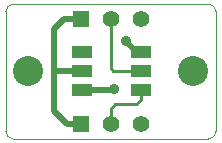
<source format=gtl>
G04 (created by PCBNEW (2013-07-07 BZR 4022)-stable) date 10/22/2013 11:34:47 AM*
%MOIN*%
G04 Gerber Fmt 3.4, Leading zero omitted, Abs format*
%FSLAX34Y34*%
G01*
G70*
G90*
G04 APERTURE LIST*
%ADD10C,0.00590551*%
%ADD11C,0.00393701*%
%ADD12R,0.055X0.055*%
%ADD13C,0.055*%
%ADD14C,0.1*%
%ADD15R,0.0708661X0.0393701*%
%ADD16C,0.035*%
%ADD17C,0.02*%
%ADD18C,0.01*%
G04 APERTURE END LIST*
G54D10*
G54D11*
X16000Y-13000D02*
G75*
G03X16250Y-13250I250J0D01*
G74*
G01*
X16250Y-8750D02*
G75*
G03X16000Y-9000I0J-250D01*
G74*
G01*
X23000Y-9000D02*
G75*
G03X22750Y-8750I-250J0D01*
G74*
G01*
X22750Y-13250D02*
G75*
G03X23000Y-13000I0J250D01*
G74*
G01*
X16250Y-13250D02*
X22750Y-13250D01*
X22750Y-8750D02*
X16250Y-8750D01*
X23000Y-13000D02*
X23000Y-9000D01*
X23000Y-11000D02*
X23000Y-13000D01*
X16000Y-13000D02*
X16000Y-9000D01*
X16000Y-9250D02*
X16000Y-13000D01*
X16000Y-11000D02*
X16000Y-9250D01*
G54D12*
X18500Y-12750D03*
G54D13*
X19500Y-12750D03*
X20500Y-12750D03*
G54D12*
X18500Y-9250D03*
G54D13*
X19500Y-9250D03*
X20500Y-9250D03*
G54D14*
X16750Y-11000D03*
X22250Y-11000D03*
G54D15*
X20511Y-11614D03*
X20511Y-10984D03*
X20511Y-10354D03*
X18543Y-10354D03*
X18543Y-10984D03*
X18543Y-11614D03*
G54D16*
X19600Y-11600D03*
X20000Y-10000D03*
G54D17*
X19585Y-11614D02*
X18543Y-11614D01*
X19600Y-11600D02*
X19585Y-11614D01*
G54D18*
X19500Y-9250D02*
X19500Y-10900D01*
X19500Y-10900D02*
X19584Y-10984D01*
X19584Y-10984D02*
X20511Y-10984D01*
X19984Y-10984D02*
X20511Y-10984D01*
X19984Y-10984D02*
X20511Y-10984D01*
X20511Y-11614D02*
X20511Y-11938D01*
X19650Y-12100D02*
X19500Y-12250D01*
X20350Y-12100D02*
X19650Y-12100D01*
X20511Y-11938D02*
X20350Y-12100D01*
X19500Y-12750D02*
X19500Y-12250D01*
G54D17*
X20511Y-10354D02*
X20354Y-10354D01*
X20354Y-10354D02*
X20000Y-10000D01*
X18500Y-12750D02*
X18050Y-12750D01*
X17615Y-10984D02*
X17615Y-12200D01*
X18050Y-12750D02*
X17615Y-12315D01*
X17615Y-12315D02*
X17615Y-12215D01*
X17615Y-12215D02*
X17600Y-12200D01*
X17600Y-12200D02*
X17615Y-12200D01*
X17600Y-9800D02*
X17600Y-9600D01*
X17950Y-9250D02*
X18500Y-9250D01*
X17600Y-9600D02*
X17950Y-9250D01*
X17615Y-10984D02*
X18543Y-10984D01*
X17600Y-11000D02*
X17615Y-10984D01*
X17600Y-9800D02*
X17600Y-11000D01*
M02*

</source>
